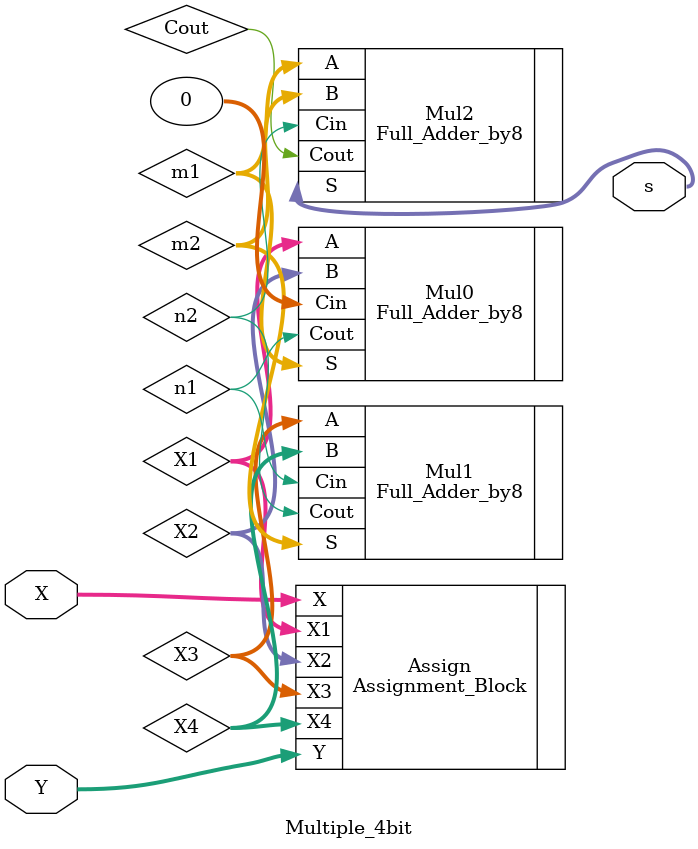
<source format=sv>
`include "assignment.sv";
module Multiple_4bit(input [3:0] X,input [3:0] Y,output [7:0] s); 
  wire n1,n2,Cout; 
  
  wire [7:0] X1;  
  wire [7:0] X2; 
  wire [7:0] X3; 
  wire [7:0] X4; 
  
  wire [7:0] m1; 
  wire [7:0] m2;
  
  // bo gan bit
  Assignment_Block Assign(.X(X),.Y(Y),.X1(X1),.X2(X2),.X3(X3),.X4(X4));
  
  // bo cong X1,X2 
  Full_Adder_by8 Mul0(.A(X1),.B(X2),.Cin(0),.S(m1),.Cout(n1)); 
  // bo cong X3,X4 
  Full_Adder_by8 Mul1(.A(X3),.B(X4),.Cin(n1),.S(m2),.Cout(n2)); 
  // bo cong m1,m2 
  Full_Adder_by8 Mul2(.A(m1),.B(m2),.Cin(n2),.S(s),.Cout(Cout));  
endmodule
</source>
